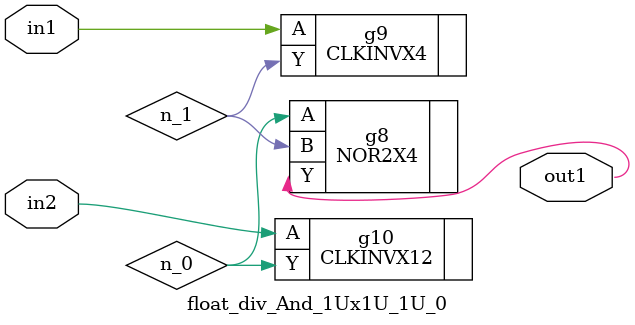
<source format=v>
`timescale 1ps / 1ps


module float_div_And_1Ux1U_1U_0(in2, in1, out1);
  input in2, in1;
  output out1;
  wire in2, in1;
  wire out1;
  wire n_0, n_1;
  NOR2X4 g8(.A (n_0), .B (n_1), .Y (out1));
  CLKINVX4 g9(.A (in1), .Y (n_1));
  CLKINVX12 g10(.A (in2), .Y (n_0));
endmodule



</source>
